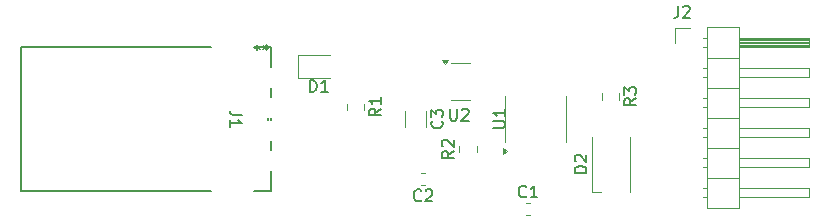
<source format=gbr>
%TF.GenerationSoftware,KiCad,Pcbnew,7.0.11+dfsg-1build4*%
%TF.CreationDate,2025-03-28T22:18:16-04:00*%
%TF.ProjectId,BadUSB,42616455-5342-42e6-9b69-6361645f7063,rev?*%
%TF.SameCoordinates,Original*%
%TF.FileFunction,Legend,Top*%
%TF.FilePolarity,Positive*%
%FSLAX46Y46*%
G04 Gerber Fmt 4.6, Leading zero omitted, Abs format (unit mm)*
G04 Created by KiCad (PCBNEW 7.0.11+dfsg-1build4) date 2025-03-28 22:18:16*
%MOMM*%
%LPD*%
G01*
G04 APERTURE LIST*
%ADD10C,0.150000*%
%ADD11C,0.152400*%
%ADD12C,0.120000*%
G04 APERTURE END LIST*
D10*
X138975180Y-121167666D02*
X138260895Y-121167666D01*
X138260895Y-121167666D02*
X138118038Y-121120047D01*
X138118038Y-121120047D02*
X138022800Y-121024809D01*
X138022800Y-121024809D02*
X137975180Y-120881952D01*
X137975180Y-120881952D02*
X137975180Y-120786714D01*
X137975180Y-122167666D02*
X137975180Y-121596238D01*
X137975180Y-121881952D02*
X138975180Y-121881952D01*
X138975180Y-121881952D02*
X138832323Y-121786714D01*
X138832323Y-121786714D02*
X138737085Y-121691476D01*
X138737085Y-121691476D02*
X138689466Y-121596238D01*
X140145319Y-115460998D02*
X140383414Y-115460998D01*
X140288176Y-115699093D02*
X140383414Y-115460998D01*
X140383414Y-115460998D02*
X140288176Y-115222903D01*
X140573890Y-115603855D02*
X140383414Y-115460998D01*
X140383414Y-115460998D02*
X140573890Y-115318141D01*
X141235680Y-115460999D02*
X140997585Y-115460999D01*
X141092823Y-115222904D02*
X140997585Y-115460999D01*
X140997585Y-115460999D02*
X141092823Y-115699094D01*
X140807109Y-115318142D02*
X140997585Y-115460999D01*
X140997585Y-115460999D02*
X140807109Y-115603856D01*
X172352819Y-119762666D02*
X171876628Y-120095999D01*
X172352819Y-120334094D02*
X171352819Y-120334094D01*
X171352819Y-120334094D02*
X171352819Y-119953142D01*
X171352819Y-119953142D02*
X171400438Y-119857904D01*
X171400438Y-119857904D02*
X171448057Y-119810285D01*
X171448057Y-119810285D02*
X171543295Y-119762666D01*
X171543295Y-119762666D02*
X171686152Y-119762666D01*
X171686152Y-119762666D02*
X171781390Y-119810285D01*
X171781390Y-119810285D02*
X171829009Y-119857904D01*
X171829009Y-119857904D02*
X171876628Y-119953142D01*
X171876628Y-119953142D02*
X171876628Y-120334094D01*
X171352819Y-119429332D02*
X171352819Y-118810285D01*
X171352819Y-118810285D02*
X171733771Y-119143618D01*
X171733771Y-119143618D02*
X171733771Y-119000761D01*
X171733771Y-119000761D02*
X171781390Y-118905523D01*
X171781390Y-118905523D02*
X171829009Y-118857904D01*
X171829009Y-118857904D02*
X171924247Y-118810285D01*
X171924247Y-118810285D02*
X172162342Y-118810285D01*
X172162342Y-118810285D02*
X172257580Y-118857904D01*
X172257580Y-118857904D02*
X172305200Y-118905523D01*
X172305200Y-118905523D02*
X172352819Y-119000761D01*
X172352819Y-119000761D02*
X172352819Y-119286475D01*
X172352819Y-119286475D02*
X172305200Y-119381713D01*
X172305200Y-119381713D02*
X172257580Y-119429332D01*
X156927819Y-124207666D02*
X156451628Y-124540999D01*
X156927819Y-124779094D02*
X155927819Y-124779094D01*
X155927819Y-124779094D02*
X155927819Y-124398142D01*
X155927819Y-124398142D02*
X155975438Y-124302904D01*
X155975438Y-124302904D02*
X156023057Y-124255285D01*
X156023057Y-124255285D02*
X156118295Y-124207666D01*
X156118295Y-124207666D02*
X156261152Y-124207666D01*
X156261152Y-124207666D02*
X156356390Y-124255285D01*
X156356390Y-124255285D02*
X156404009Y-124302904D01*
X156404009Y-124302904D02*
X156451628Y-124398142D01*
X156451628Y-124398142D02*
X156451628Y-124779094D01*
X156023057Y-123826713D02*
X155975438Y-123779094D01*
X155975438Y-123779094D02*
X155927819Y-123683856D01*
X155927819Y-123683856D02*
X155927819Y-123445761D01*
X155927819Y-123445761D02*
X155975438Y-123350523D01*
X155975438Y-123350523D02*
X156023057Y-123302904D01*
X156023057Y-123302904D02*
X156118295Y-123255285D01*
X156118295Y-123255285D02*
X156213533Y-123255285D01*
X156213533Y-123255285D02*
X156356390Y-123302904D01*
X156356390Y-123302904D02*
X156927819Y-123874332D01*
X156927819Y-123874332D02*
X156927819Y-123255285D01*
X168172819Y-126049094D02*
X167172819Y-126049094D01*
X167172819Y-126049094D02*
X167172819Y-125810999D01*
X167172819Y-125810999D02*
X167220438Y-125668142D01*
X167220438Y-125668142D02*
X167315676Y-125572904D01*
X167315676Y-125572904D02*
X167410914Y-125525285D01*
X167410914Y-125525285D02*
X167601390Y-125477666D01*
X167601390Y-125477666D02*
X167744247Y-125477666D01*
X167744247Y-125477666D02*
X167934723Y-125525285D01*
X167934723Y-125525285D02*
X168029961Y-125572904D01*
X168029961Y-125572904D02*
X168125200Y-125668142D01*
X168125200Y-125668142D02*
X168172819Y-125810999D01*
X168172819Y-125810999D02*
X168172819Y-126049094D01*
X167268057Y-125096713D02*
X167220438Y-125049094D01*
X167220438Y-125049094D02*
X167172819Y-124953856D01*
X167172819Y-124953856D02*
X167172819Y-124715761D01*
X167172819Y-124715761D02*
X167220438Y-124620523D01*
X167220438Y-124620523D02*
X167268057Y-124572904D01*
X167268057Y-124572904D02*
X167363295Y-124525285D01*
X167363295Y-124525285D02*
X167458533Y-124525285D01*
X167458533Y-124525285D02*
X167601390Y-124572904D01*
X167601390Y-124572904D02*
X168172819Y-125144332D01*
X168172819Y-125144332D02*
X168172819Y-124525285D01*
X175942666Y-111926819D02*
X175942666Y-112641104D01*
X175942666Y-112641104D02*
X175895047Y-112783961D01*
X175895047Y-112783961D02*
X175799809Y-112879200D01*
X175799809Y-112879200D02*
X175656952Y-112926819D01*
X175656952Y-112926819D02*
X175561714Y-112926819D01*
X176371238Y-112022057D02*
X176418857Y-111974438D01*
X176418857Y-111974438D02*
X176514095Y-111926819D01*
X176514095Y-111926819D02*
X176752190Y-111926819D01*
X176752190Y-111926819D02*
X176847428Y-111974438D01*
X176847428Y-111974438D02*
X176895047Y-112022057D01*
X176895047Y-112022057D02*
X176942666Y-112117295D01*
X176942666Y-112117295D02*
X176942666Y-112212533D01*
X176942666Y-112212533D02*
X176895047Y-112355390D01*
X176895047Y-112355390D02*
X176323619Y-112926819D01*
X176323619Y-112926819D02*
X176942666Y-112926819D01*
X163066333Y-128050580D02*
X163018714Y-128098200D01*
X163018714Y-128098200D02*
X162875857Y-128145819D01*
X162875857Y-128145819D02*
X162780619Y-128145819D01*
X162780619Y-128145819D02*
X162637762Y-128098200D01*
X162637762Y-128098200D02*
X162542524Y-128002961D01*
X162542524Y-128002961D02*
X162494905Y-127907723D01*
X162494905Y-127907723D02*
X162447286Y-127717247D01*
X162447286Y-127717247D02*
X162447286Y-127574390D01*
X162447286Y-127574390D02*
X162494905Y-127383914D01*
X162494905Y-127383914D02*
X162542524Y-127288676D01*
X162542524Y-127288676D02*
X162637762Y-127193438D01*
X162637762Y-127193438D02*
X162780619Y-127145819D01*
X162780619Y-127145819D02*
X162875857Y-127145819D01*
X162875857Y-127145819D02*
X163018714Y-127193438D01*
X163018714Y-127193438D02*
X163066333Y-127241057D01*
X164018714Y-128145819D02*
X163447286Y-128145819D01*
X163733000Y-128145819D02*
X163733000Y-127145819D01*
X163733000Y-127145819D02*
X163637762Y-127288676D01*
X163637762Y-127288676D02*
X163542524Y-127383914D01*
X163542524Y-127383914D02*
X163447286Y-127431533D01*
X154176333Y-128370580D02*
X154128714Y-128418200D01*
X154128714Y-128418200D02*
X153985857Y-128465819D01*
X153985857Y-128465819D02*
X153890619Y-128465819D01*
X153890619Y-128465819D02*
X153747762Y-128418200D01*
X153747762Y-128418200D02*
X153652524Y-128322961D01*
X153652524Y-128322961D02*
X153604905Y-128227723D01*
X153604905Y-128227723D02*
X153557286Y-128037247D01*
X153557286Y-128037247D02*
X153557286Y-127894390D01*
X153557286Y-127894390D02*
X153604905Y-127703914D01*
X153604905Y-127703914D02*
X153652524Y-127608676D01*
X153652524Y-127608676D02*
X153747762Y-127513438D01*
X153747762Y-127513438D02*
X153890619Y-127465819D01*
X153890619Y-127465819D02*
X153985857Y-127465819D01*
X153985857Y-127465819D02*
X154128714Y-127513438D01*
X154128714Y-127513438D02*
X154176333Y-127561057D01*
X154557286Y-127561057D02*
X154604905Y-127513438D01*
X154604905Y-127513438D02*
X154700143Y-127465819D01*
X154700143Y-127465819D02*
X154938238Y-127465819D01*
X154938238Y-127465819D02*
X155033476Y-127513438D01*
X155033476Y-127513438D02*
X155081095Y-127561057D01*
X155081095Y-127561057D02*
X155128714Y-127656295D01*
X155128714Y-127656295D02*
X155128714Y-127751533D01*
X155128714Y-127751533D02*
X155081095Y-127894390D01*
X155081095Y-127894390D02*
X154509667Y-128465819D01*
X154509667Y-128465819D02*
X155128714Y-128465819D01*
X155917580Y-121667666D02*
X155965200Y-121715285D01*
X155965200Y-121715285D02*
X156012819Y-121858142D01*
X156012819Y-121858142D02*
X156012819Y-121953380D01*
X156012819Y-121953380D02*
X155965200Y-122096237D01*
X155965200Y-122096237D02*
X155869961Y-122191475D01*
X155869961Y-122191475D02*
X155774723Y-122239094D01*
X155774723Y-122239094D02*
X155584247Y-122286713D01*
X155584247Y-122286713D02*
X155441390Y-122286713D01*
X155441390Y-122286713D02*
X155250914Y-122239094D01*
X155250914Y-122239094D02*
X155155676Y-122191475D01*
X155155676Y-122191475D02*
X155060438Y-122096237D01*
X155060438Y-122096237D02*
X155012819Y-121953380D01*
X155012819Y-121953380D02*
X155012819Y-121858142D01*
X155012819Y-121858142D02*
X155060438Y-121715285D01*
X155060438Y-121715285D02*
X155108057Y-121667666D01*
X155012819Y-121334332D02*
X155012819Y-120715285D01*
X155012819Y-120715285D02*
X155393771Y-121048618D01*
X155393771Y-121048618D02*
X155393771Y-120905761D01*
X155393771Y-120905761D02*
X155441390Y-120810523D01*
X155441390Y-120810523D02*
X155489009Y-120762904D01*
X155489009Y-120762904D02*
X155584247Y-120715285D01*
X155584247Y-120715285D02*
X155822342Y-120715285D01*
X155822342Y-120715285D02*
X155917580Y-120762904D01*
X155917580Y-120762904D02*
X155965200Y-120810523D01*
X155965200Y-120810523D02*
X156012819Y-120905761D01*
X156012819Y-120905761D02*
X156012819Y-121191475D01*
X156012819Y-121191475D02*
X155965200Y-121286713D01*
X155965200Y-121286713D02*
X155917580Y-121334332D01*
X156623595Y-120635819D02*
X156623595Y-121445342D01*
X156623595Y-121445342D02*
X156671214Y-121540580D01*
X156671214Y-121540580D02*
X156718833Y-121588200D01*
X156718833Y-121588200D02*
X156814071Y-121635819D01*
X156814071Y-121635819D02*
X157004547Y-121635819D01*
X157004547Y-121635819D02*
X157099785Y-121588200D01*
X157099785Y-121588200D02*
X157147404Y-121540580D01*
X157147404Y-121540580D02*
X157195023Y-121445342D01*
X157195023Y-121445342D02*
X157195023Y-120635819D01*
X157623595Y-120731057D02*
X157671214Y-120683438D01*
X157671214Y-120683438D02*
X157766452Y-120635819D01*
X157766452Y-120635819D02*
X158004547Y-120635819D01*
X158004547Y-120635819D02*
X158099785Y-120683438D01*
X158099785Y-120683438D02*
X158147404Y-120731057D01*
X158147404Y-120731057D02*
X158195023Y-120826295D01*
X158195023Y-120826295D02*
X158195023Y-120921533D01*
X158195023Y-120921533D02*
X158147404Y-121064390D01*
X158147404Y-121064390D02*
X157575976Y-121635819D01*
X157575976Y-121635819D02*
X158195023Y-121635819D01*
X144761905Y-119204819D02*
X144761905Y-118204819D01*
X144761905Y-118204819D02*
X145000000Y-118204819D01*
X145000000Y-118204819D02*
X145142857Y-118252438D01*
X145142857Y-118252438D02*
X145238095Y-118347676D01*
X145238095Y-118347676D02*
X145285714Y-118442914D01*
X145285714Y-118442914D02*
X145333333Y-118633390D01*
X145333333Y-118633390D02*
X145333333Y-118776247D01*
X145333333Y-118776247D02*
X145285714Y-118966723D01*
X145285714Y-118966723D02*
X145238095Y-119061961D01*
X145238095Y-119061961D02*
X145142857Y-119157200D01*
X145142857Y-119157200D02*
X145000000Y-119204819D01*
X145000000Y-119204819D02*
X144761905Y-119204819D01*
X146285714Y-119204819D02*
X145714286Y-119204819D01*
X146000000Y-119204819D02*
X146000000Y-118204819D01*
X146000000Y-118204819D02*
X145904762Y-118347676D01*
X145904762Y-118347676D02*
X145809524Y-118442914D01*
X145809524Y-118442914D02*
X145714286Y-118490533D01*
X160280319Y-122262904D02*
X161089842Y-122262904D01*
X161089842Y-122262904D02*
X161185080Y-122215285D01*
X161185080Y-122215285D02*
X161232700Y-122167666D01*
X161232700Y-122167666D02*
X161280319Y-122072428D01*
X161280319Y-122072428D02*
X161280319Y-121881952D01*
X161280319Y-121881952D02*
X161232700Y-121786714D01*
X161232700Y-121786714D02*
X161185080Y-121739095D01*
X161185080Y-121739095D02*
X161089842Y-121691476D01*
X161089842Y-121691476D02*
X160280319Y-121691476D01*
X161280319Y-120691476D02*
X161280319Y-121262904D01*
X161280319Y-120977190D02*
X160280319Y-120977190D01*
X160280319Y-120977190D02*
X160423176Y-121072428D01*
X160423176Y-121072428D02*
X160518414Y-121167666D01*
X160518414Y-121167666D02*
X160566033Y-121262904D01*
X150762819Y-120630166D02*
X150286628Y-120963499D01*
X150762819Y-121201594D02*
X149762819Y-121201594D01*
X149762819Y-121201594D02*
X149762819Y-120820642D01*
X149762819Y-120820642D02*
X149810438Y-120725404D01*
X149810438Y-120725404D02*
X149858057Y-120677785D01*
X149858057Y-120677785D02*
X149953295Y-120630166D01*
X149953295Y-120630166D02*
X150096152Y-120630166D01*
X150096152Y-120630166D02*
X150191390Y-120677785D01*
X150191390Y-120677785D02*
X150239009Y-120725404D01*
X150239009Y-120725404D02*
X150286628Y-120820642D01*
X150286628Y-120820642D02*
X150286628Y-121201594D01*
X150762819Y-119677785D02*
X150762819Y-120249213D01*
X150762819Y-119963499D02*
X149762819Y-119963499D01*
X149762819Y-119963499D02*
X149905676Y-120058737D01*
X149905676Y-120058737D02*
X150000914Y-120153975D01*
X150000914Y-120153975D02*
X150048533Y-120249213D01*
D11*
%TO.C,J1*%
X120268900Y-127622400D02*
X136406655Y-127622400D01*
X139995945Y-127622400D02*
X141427100Y-127622400D01*
X141427100Y-127622400D02*
X141427100Y-125879841D01*
X141427100Y-124122161D02*
X141427100Y-123379841D01*
X141427100Y-121622161D02*
X141427100Y-121379839D01*
X141427100Y-121622161D02*
X141427100Y-121379839D01*
X141173100Y-121379839D02*
X141173100Y-121622161D01*
X141427100Y-119622159D02*
X141427100Y-118879839D01*
X141427100Y-117122159D02*
X141427100Y-115379600D01*
X120268900Y-115379600D02*
X120268900Y-127622400D01*
X136406655Y-115379600D02*
X120268900Y-115379600D01*
X141427100Y-115379600D02*
X139995945Y-115379600D01*
D12*
%TO.C,R3*%
X170953000Y-119334748D02*
X170953000Y-119857252D01*
X169483000Y-119334748D02*
X169483000Y-119857252D01*
%TO.C,R2*%
X157418000Y-124302252D02*
X157418000Y-123779748D01*
X158888000Y-124302252D02*
X158888000Y-123779748D01*
%TO.C,D2*%
X168618000Y-127711000D02*
X169418000Y-127711000D01*
X168618000Y-123061000D02*
X168618000Y-127711000D01*
X171818000Y-123061000D02*
X171818000Y-127711000D01*
%TO.C,J2*%
X187056000Y-128117000D02*
X181056000Y-128117000D01*
X187056000Y-127357000D02*
X187056000Y-128117000D01*
X187056000Y-125577000D02*
X181056000Y-125577000D01*
X187056000Y-124817000D02*
X187056000Y-125577000D01*
X187056000Y-123037000D02*
X181056000Y-123037000D01*
X187056000Y-122277000D02*
X187056000Y-123037000D01*
X187056000Y-120497000D02*
X181056000Y-120497000D01*
X187056000Y-119737000D02*
X187056000Y-120497000D01*
X187056000Y-117957000D02*
X181056000Y-117957000D01*
X187056000Y-117197000D02*
X187056000Y-117957000D01*
X187056000Y-115417000D02*
X181056000Y-115417000D01*
X187056000Y-114657000D02*
X187056000Y-115417000D01*
X181056000Y-129067000D02*
X181056000Y-113707000D01*
X181056000Y-127357000D02*
X187056000Y-127357000D01*
X181056000Y-124817000D02*
X187056000Y-124817000D01*
X181056000Y-122277000D02*
X187056000Y-122277000D01*
X181056000Y-119737000D02*
X187056000Y-119737000D01*
X181056000Y-117197000D02*
X187056000Y-117197000D01*
X181056000Y-115317000D02*
X187056000Y-115317000D01*
X181056000Y-115197000D02*
X187056000Y-115197000D01*
X181056000Y-115077000D02*
X187056000Y-115077000D01*
X181056000Y-114957000D02*
X187056000Y-114957000D01*
X181056000Y-114837000D02*
X187056000Y-114837000D01*
X181056000Y-114717000D02*
X187056000Y-114717000D01*
X181056000Y-114657000D02*
X187056000Y-114657000D01*
X181056000Y-113707000D02*
X178396000Y-113707000D01*
X178396000Y-129067000D02*
X181056000Y-129067000D01*
X178396000Y-126467000D02*
X181056000Y-126467000D01*
X178396000Y-123927000D02*
X181056000Y-123927000D01*
X178396000Y-121387000D02*
X181056000Y-121387000D01*
X178396000Y-118847000D02*
X181056000Y-118847000D01*
X178396000Y-116307000D02*
X181056000Y-116307000D01*
X178396000Y-113707000D02*
X178396000Y-129067000D01*
X178066000Y-115417000D02*
X178396000Y-115417000D01*
X178066000Y-114657000D02*
X178396000Y-114657000D01*
X177998929Y-128117000D02*
X178396000Y-128117000D01*
X177998929Y-127357000D02*
X178396000Y-127357000D01*
X177998929Y-125577000D02*
X178396000Y-125577000D01*
X177998929Y-124817000D02*
X178396000Y-124817000D01*
X177998929Y-123037000D02*
X178396000Y-123037000D01*
X177998929Y-122277000D02*
X178396000Y-122277000D01*
X177998929Y-120497000D02*
X178396000Y-120497000D01*
X177998929Y-119737000D02*
X178396000Y-119737000D01*
X177998929Y-117957000D02*
X178396000Y-117957000D01*
X177998929Y-117197000D02*
X178396000Y-117197000D01*
X175686000Y-115037000D02*
X175686000Y-113767000D01*
X175686000Y-113767000D02*
X176956000Y-113767000D01*
%TO.C,C1*%
X163086733Y-128611000D02*
X163379267Y-128611000D01*
X163086733Y-129631000D02*
X163379267Y-129631000D01*
%TO.C,C2*%
X154489267Y-127091000D02*
X154196733Y-127091000D01*
X154489267Y-126071000D02*
X154196733Y-126071000D01*
%TO.C,C3*%
X154618000Y-120789748D02*
X154618000Y-122212252D01*
X152798000Y-120789748D02*
X152798000Y-122212252D01*
%TO.C,U2*%
X157518000Y-116766000D02*
X156718000Y-116766000D01*
X157518000Y-116766000D02*
X158318000Y-116766000D01*
X157518000Y-119886000D02*
X156718000Y-119886000D01*
X157518000Y-119886000D02*
X158318000Y-119886000D01*
X156218000Y-116816000D02*
X155978000Y-116486000D01*
X156458000Y-116486000D01*
X156218000Y-116816000D01*
G36*
X156218000Y-116816000D02*
G01*
X155978000Y-116486000D01*
X156458000Y-116486000D01*
X156218000Y-116816000D01*
G37*
%TO.C,D1*%
X143768000Y-116096000D02*
X143768000Y-118016000D01*
X143768000Y-118016000D02*
X146453000Y-118016000D01*
X146453000Y-116096000D02*
X143768000Y-116096000D01*
%TO.C,U1*%
X161308000Y-121501000D02*
X161308000Y-123451000D01*
X161308000Y-121501000D02*
X161308000Y-119551000D01*
X166428000Y-121501000D02*
X166428000Y-123451000D01*
X166428000Y-121501000D02*
X166428000Y-119551000D01*
X161403000Y-124201000D02*
X161073000Y-124441000D01*
X161073000Y-123961000D01*
X161403000Y-124201000D01*
G36*
X161403000Y-124201000D02*
G01*
X161073000Y-124441000D01*
X161073000Y-123961000D01*
X161403000Y-124201000D01*
G37*
%TO.C,R1*%
X149363000Y-120202248D02*
X149363000Y-120724752D01*
X147893000Y-120202248D02*
X147893000Y-120724752D01*
%TD*%
M02*

</source>
